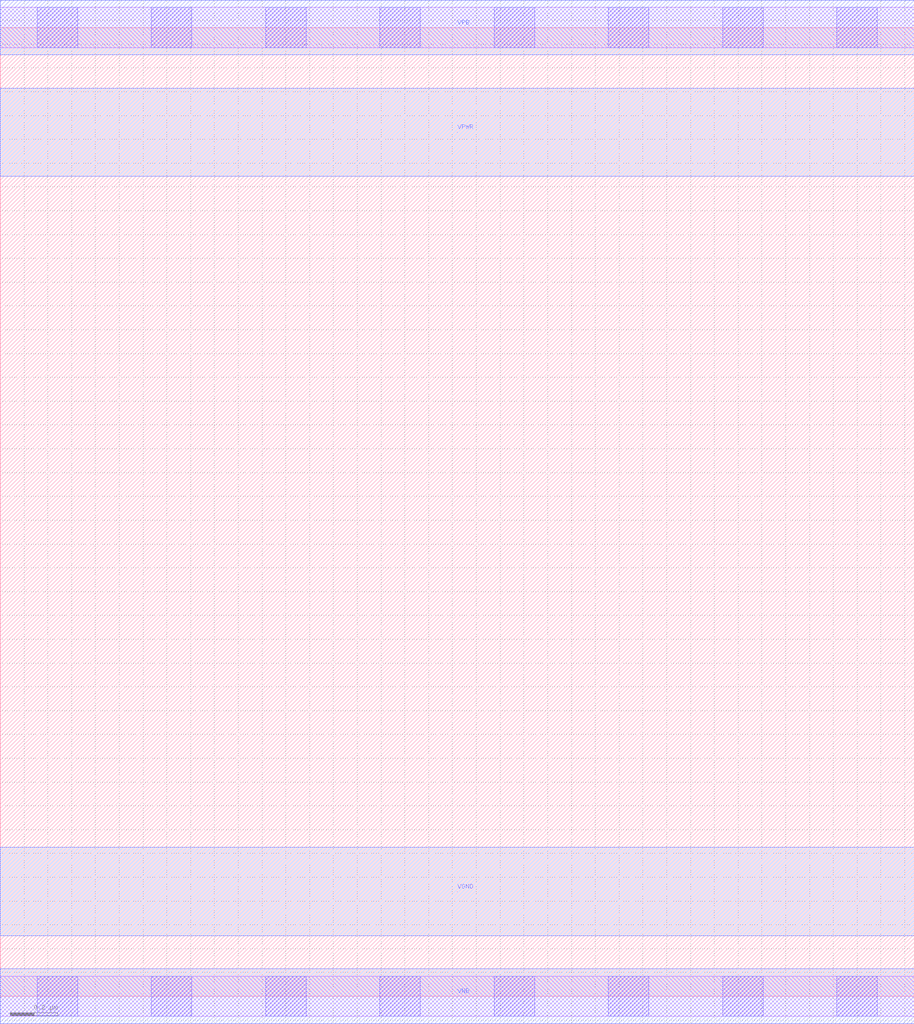
<source format=lef>
# Copyright 2020 The SkyWater PDK Authors
#
# Licensed under the Apache License, Version 2.0 (the "License");
# you may not use this file except in compliance with the License.
# You may obtain a copy of the License at
#
#     https://www.apache.org/licenses/LICENSE-2.0
#
# Unless required by applicable law or agreed to in writing, software
# distributed under the License is distributed on an "AS IS" BASIS,
# WITHOUT WARRANTIES OR CONDITIONS OF ANY KIND, either express or implied.
# See the License for the specific language governing permissions and
# limitations under the License.
#
# SPDX-License-Identifier: Apache-2.0

VERSION 5.7 ;
  NOWIREEXTENSIONATPIN ON ;
  DIVIDERCHAR "/" ;
  BUSBITCHARS "[]" ;
UNITS
  DATABASE MICRONS 200 ;
END UNITS
MACRO sky130_fd_sc_hvl__fill_8
  CLASS CORE ;
  FOREIGN sky130_fd_sc_hvl__fill_8 ;
  ORIGIN  0.000000  0.000000 ;
  SIZE  3.840000 BY  4.070000 ;
  SYMMETRY X Y ;
  SITE unithv ;
  PIN VGND
    DIRECTION INOUT ;
    USE GROUND ;
    PORT
      LAYER met1 ;
        RECT 0.000000 0.255000 3.840000 0.625000 ;
    END
  END VGND
  PIN VNB
    DIRECTION INOUT ;
    USE GROUND ;
    PORT
      LAYER met1 ;
        RECT 0.000000 -0.115000 3.840000 0.115000 ;
    END
  END VNB
  PIN VPB
    DIRECTION INOUT ;
    USE POWER ;
    PORT
      LAYER met1 ;
        RECT 0.000000 3.955000 3.840000 4.185000 ;
    END
  END VPB
  PIN VPWR
    DIRECTION INOUT ;
    USE POWER ;
    PORT
      LAYER met1 ;
        RECT 0.000000 3.445000 3.840000 3.815000 ;
    END
  END VPWR
  OBS
    LAYER li1 ;
      RECT 0.000000 -0.085000 3.840000 0.085000 ;
      RECT 0.000000  3.985000 3.840000 4.155000 ;
    LAYER mcon ;
      RECT 0.155000 -0.085000 0.325000 0.085000 ;
      RECT 0.155000  3.985000 0.325000 4.155000 ;
      RECT 0.635000 -0.085000 0.805000 0.085000 ;
      RECT 0.635000  3.985000 0.805000 4.155000 ;
      RECT 1.115000 -0.085000 1.285000 0.085000 ;
      RECT 1.115000  3.985000 1.285000 4.155000 ;
      RECT 1.595000 -0.085000 1.765000 0.085000 ;
      RECT 1.595000  3.985000 1.765000 4.155000 ;
      RECT 2.075000 -0.085000 2.245000 0.085000 ;
      RECT 2.075000  3.985000 2.245000 4.155000 ;
      RECT 2.555000 -0.085000 2.725000 0.085000 ;
      RECT 2.555000  3.985000 2.725000 4.155000 ;
      RECT 3.035000 -0.085000 3.205000 0.085000 ;
      RECT 3.035000  3.985000 3.205000 4.155000 ;
      RECT 3.515000 -0.085000 3.685000 0.085000 ;
      RECT 3.515000  3.985000 3.685000 4.155000 ;
  END
END sky130_fd_sc_hvl__fill_8
END LIBRARY

</source>
